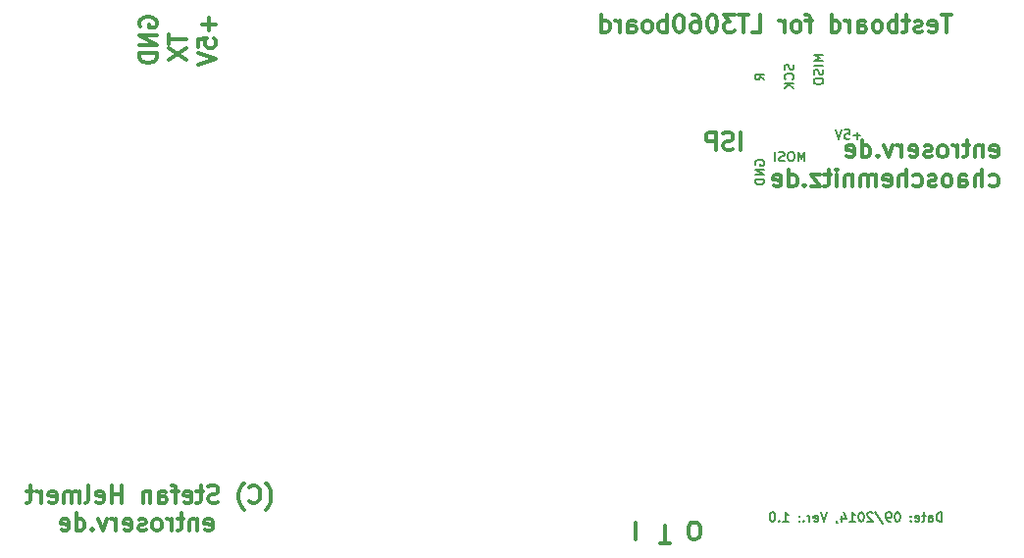
<source format=gbo>
G04 (created by PCBNEW (2013-07-07 BZR 4022)-stable) date 17.09.2014 22:00:27*
%MOIN*%
G04 Gerber Fmt 3.4, Leading zero omitted, Abs format*
%FSLAX34Y34*%
G01*
G70*
G90*
G04 APERTURE LIST*
%ADD10C,0.00590551*%
%ADD11C,0.011811*%
G04 APERTURE END LIST*
G54D10*
G54D11*
X44556Y-37148D02*
X44443Y-37148D01*
X44387Y-37176D01*
X44331Y-37232D01*
X44303Y-37345D01*
X44303Y-37542D01*
X44331Y-37654D01*
X44387Y-37710D01*
X44443Y-37739D01*
X44556Y-37739D01*
X44612Y-37710D01*
X44668Y-37654D01*
X44696Y-37542D01*
X44696Y-37345D01*
X44668Y-37232D01*
X44612Y-37176D01*
X44556Y-37148D01*
X43331Y-37851D02*
X43668Y-37851D01*
X43500Y-37260D02*
X43500Y-37851D01*
X42500Y-37739D02*
X42500Y-37148D01*
G54D10*
X50154Y-24007D02*
X49914Y-24007D01*
X50034Y-24127D02*
X50034Y-23887D01*
X49615Y-23812D02*
X49764Y-23812D01*
X49779Y-23962D01*
X49764Y-23947D01*
X49735Y-23932D01*
X49660Y-23932D01*
X49630Y-23947D01*
X49615Y-23962D01*
X49600Y-23992D01*
X49600Y-24067D01*
X49615Y-24097D01*
X49630Y-24112D01*
X49660Y-24127D01*
X49735Y-24127D01*
X49764Y-24112D01*
X49779Y-24097D01*
X49510Y-23812D02*
X49405Y-24127D01*
X49300Y-23812D01*
X48244Y-24877D02*
X48244Y-24562D01*
X48139Y-24787D01*
X48034Y-24562D01*
X48034Y-24877D01*
X47824Y-24562D02*
X47764Y-24562D01*
X47735Y-24577D01*
X47705Y-24607D01*
X47690Y-24667D01*
X47690Y-24772D01*
X47705Y-24832D01*
X47735Y-24862D01*
X47764Y-24877D01*
X47824Y-24877D01*
X47854Y-24862D01*
X47884Y-24832D01*
X47899Y-24772D01*
X47899Y-24667D01*
X47884Y-24607D01*
X47854Y-24577D01*
X47824Y-24562D01*
X47570Y-24862D02*
X47525Y-24877D01*
X47450Y-24877D01*
X47420Y-24862D01*
X47405Y-24847D01*
X47390Y-24817D01*
X47390Y-24787D01*
X47405Y-24757D01*
X47420Y-24742D01*
X47450Y-24727D01*
X47510Y-24712D01*
X47540Y-24697D01*
X47555Y-24682D01*
X47570Y-24652D01*
X47570Y-24622D01*
X47555Y-24592D01*
X47540Y-24577D01*
X47510Y-24562D01*
X47435Y-24562D01*
X47390Y-24577D01*
X47255Y-24877D02*
X47255Y-24562D01*
X46577Y-25010D02*
X46562Y-24980D01*
X46562Y-24935D01*
X46577Y-24890D01*
X46607Y-24860D01*
X46637Y-24845D01*
X46697Y-24830D01*
X46742Y-24830D01*
X46802Y-24845D01*
X46832Y-24860D01*
X46862Y-24890D01*
X46877Y-24935D01*
X46877Y-24965D01*
X46862Y-25010D01*
X46847Y-25025D01*
X46742Y-25025D01*
X46742Y-24965D01*
X46877Y-25160D02*
X46562Y-25160D01*
X46877Y-25339D01*
X46562Y-25339D01*
X46877Y-25489D02*
X46562Y-25489D01*
X46562Y-25564D01*
X46577Y-25609D01*
X46607Y-25639D01*
X46637Y-25654D01*
X46697Y-25669D01*
X46742Y-25669D01*
X46802Y-25654D01*
X46832Y-25639D01*
X46862Y-25609D01*
X46877Y-25564D01*
X46877Y-25489D01*
G54D11*
X46076Y-24489D02*
X46076Y-23898D01*
X45823Y-24460D02*
X45739Y-24489D01*
X45598Y-24489D01*
X45542Y-24460D01*
X45514Y-24432D01*
X45485Y-24376D01*
X45485Y-24320D01*
X45514Y-24264D01*
X45542Y-24235D01*
X45598Y-24207D01*
X45710Y-24179D01*
X45767Y-24151D01*
X45795Y-24123D01*
X45823Y-24067D01*
X45823Y-24010D01*
X45795Y-23954D01*
X45767Y-23926D01*
X45710Y-23898D01*
X45570Y-23898D01*
X45485Y-23926D01*
X45232Y-24489D02*
X45232Y-23898D01*
X45007Y-23898D01*
X44951Y-23926D01*
X44923Y-23954D01*
X44895Y-24010D01*
X44895Y-24095D01*
X44923Y-24151D01*
X44951Y-24179D01*
X45007Y-24207D01*
X45232Y-24207D01*
G54D10*
X46877Y-22097D02*
X46727Y-21992D01*
X46877Y-21917D02*
X46562Y-21917D01*
X46562Y-22037D01*
X46577Y-22067D01*
X46592Y-22082D01*
X46622Y-22097D01*
X46667Y-22097D01*
X46697Y-22082D01*
X46712Y-22067D01*
X46727Y-22037D01*
X46727Y-21917D01*
X47862Y-21595D02*
X47877Y-21640D01*
X47877Y-21715D01*
X47862Y-21745D01*
X47847Y-21760D01*
X47817Y-21775D01*
X47787Y-21775D01*
X47757Y-21760D01*
X47742Y-21745D01*
X47727Y-21715D01*
X47712Y-21655D01*
X47697Y-21625D01*
X47682Y-21610D01*
X47652Y-21595D01*
X47622Y-21595D01*
X47592Y-21610D01*
X47577Y-21625D01*
X47562Y-21655D01*
X47562Y-21730D01*
X47577Y-21775D01*
X47847Y-22089D02*
X47862Y-22074D01*
X47877Y-22029D01*
X47877Y-22000D01*
X47862Y-21955D01*
X47832Y-21925D01*
X47802Y-21910D01*
X47742Y-21895D01*
X47697Y-21895D01*
X47637Y-21910D01*
X47607Y-21925D01*
X47577Y-21955D01*
X47562Y-22000D01*
X47562Y-22029D01*
X47577Y-22074D01*
X47592Y-22089D01*
X47877Y-22224D02*
X47562Y-22224D01*
X47877Y-22404D02*
X47697Y-22269D01*
X47562Y-22404D02*
X47742Y-22224D01*
X48877Y-21255D02*
X48562Y-21255D01*
X48787Y-21360D01*
X48562Y-21465D01*
X48877Y-21465D01*
X48877Y-21615D02*
X48562Y-21615D01*
X48862Y-21750D02*
X48877Y-21794D01*
X48877Y-21869D01*
X48862Y-21899D01*
X48847Y-21914D01*
X48817Y-21929D01*
X48787Y-21929D01*
X48757Y-21914D01*
X48742Y-21899D01*
X48727Y-21869D01*
X48712Y-21809D01*
X48697Y-21779D01*
X48682Y-21764D01*
X48652Y-21750D01*
X48622Y-21750D01*
X48592Y-21764D01*
X48577Y-21779D01*
X48562Y-21809D01*
X48562Y-21884D01*
X48577Y-21929D01*
X48562Y-22124D02*
X48562Y-22184D01*
X48577Y-22214D01*
X48607Y-22244D01*
X48667Y-22259D01*
X48772Y-22259D01*
X48832Y-22244D01*
X48862Y-22214D01*
X48877Y-22184D01*
X48877Y-22124D01*
X48862Y-22094D01*
X48832Y-22064D01*
X48772Y-22049D01*
X48667Y-22049D01*
X48607Y-22064D01*
X48577Y-22094D01*
X48562Y-22124D01*
G54D11*
X28014Y-19990D02*
X28014Y-20440D01*
X28239Y-20215D02*
X27789Y-20215D01*
X27648Y-21003D02*
X27648Y-20721D01*
X27929Y-20693D01*
X27901Y-20721D01*
X27873Y-20778D01*
X27873Y-20918D01*
X27901Y-20974D01*
X27929Y-21003D01*
X27985Y-21031D01*
X28126Y-21031D01*
X28182Y-21003D01*
X28210Y-20974D01*
X28239Y-20918D01*
X28239Y-20778D01*
X28210Y-20721D01*
X28182Y-20693D01*
X27648Y-21199D02*
X28239Y-21396D01*
X27648Y-21593D01*
X26648Y-20550D02*
X26648Y-20887D01*
X27239Y-20718D02*
X26648Y-20718D01*
X26648Y-21028D02*
X27239Y-21421D01*
X26648Y-21421D02*
X27239Y-21028D01*
X25676Y-20300D02*
X25648Y-20243D01*
X25648Y-20159D01*
X25676Y-20075D01*
X25732Y-20018D01*
X25789Y-19990D01*
X25901Y-19962D01*
X25985Y-19962D01*
X26098Y-19990D01*
X26154Y-20018D01*
X26210Y-20075D01*
X26239Y-20159D01*
X26239Y-20215D01*
X26210Y-20300D01*
X26182Y-20328D01*
X25985Y-20328D01*
X25985Y-20215D01*
X26239Y-20581D02*
X25648Y-20581D01*
X26239Y-20918D01*
X25648Y-20918D01*
X26239Y-21199D02*
X25648Y-21199D01*
X25648Y-21340D01*
X25676Y-21424D01*
X25732Y-21481D01*
X25789Y-21509D01*
X25901Y-21537D01*
X25985Y-21537D01*
X26098Y-21509D01*
X26154Y-21481D01*
X26210Y-21424D01*
X26239Y-21340D01*
X26239Y-21199D01*
G54D10*
X52917Y-37127D02*
X52917Y-36812D01*
X52842Y-36812D01*
X52797Y-36827D01*
X52767Y-36857D01*
X52752Y-36887D01*
X52737Y-36947D01*
X52737Y-36992D01*
X52752Y-37052D01*
X52767Y-37082D01*
X52797Y-37112D01*
X52842Y-37127D01*
X52917Y-37127D01*
X52467Y-37127D02*
X52467Y-36962D01*
X52482Y-36932D01*
X52512Y-36917D01*
X52572Y-36917D01*
X52602Y-36932D01*
X52467Y-37112D02*
X52497Y-37127D01*
X52572Y-37127D01*
X52602Y-37112D01*
X52617Y-37082D01*
X52617Y-37052D01*
X52602Y-37022D01*
X52572Y-37007D01*
X52497Y-37007D01*
X52467Y-36992D01*
X52362Y-36917D02*
X52242Y-36917D01*
X52317Y-36812D02*
X52317Y-37082D01*
X52302Y-37112D01*
X52272Y-37127D01*
X52242Y-37127D01*
X52017Y-37112D02*
X52047Y-37127D01*
X52107Y-37127D01*
X52137Y-37112D01*
X52152Y-37082D01*
X52152Y-36962D01*
X52137Y-36932D01*
X52107Y-36917D01*
X52047Y-36917D01*
X52017Y-36932D01*
X52002Y-36962D01*
X52002Y-36992D01*
X52152Y-37022D01*
X51867Y-37097D02*
X51852Y-37112D01*
X51867Y-37127D01*
X51882Y-37112D01*
X51867Y-37097D01*
X51867Y-37127D01*
X51867Y-36932D02*
X51852Y-36947D01*
X51867Y-36962D01*
X51882Y-36947D01*
X51867Y-36932D01*
X51867Y-36962D01*
X51417Y-36812D02*
X51387Y-36812D01*
X51357Y-36827D01*
X51342Y-36842D01*
X51327Y-36872D01*
X51312Y-36932D01*
X51312Y-37007D01*
X51327Y-37067D01*
X51342Y-37097D01*
X51357Y-37112D01*
X51387Y-37127D01*
X51417Y-37127D01*
X51447Y-37112D01*
X51462Y-37097D01*
X51477Y-37067D01*
X51492Y-37007D01*
X51492Y-36932D01*
X51477Y-36872D01*
X51462Y-36842D01*
X51447Y-36827D01*
X51417Y-36812D01*
X51162Y-37127D02*
X51102Y-37127D01*
X51072Y-37112D01*
X51057Y-37097D01*
X51027Y-37052D01*
X51012Y-36992D01*
X51012Y-36872D01*
X51027Y-36842D01*
X51042Y-36827D01*
X51072Y-36812D01*
X51132Y-36812D01*
X51162Y-36827D01*
X51177Y-36842D01*
X51192Y-36872D01*
X51192Y-36947D01*
X51177Y-36977D01*
X51162Y-36992D01*
X51132Y-37007D01*
X51072Y-37007D01*
X51042Y-36992D01*
X51027Y-36977D01*
X51012Y-36947D01*
X50652Y-36797D02*
X50922Y-37202D01*
X50562Y-36842D02*
X50547Y-36827D01*
X50517Y-36812D01*
X50442Y-36812D01*
X50412Y-36827D01*
X50397Y-36842D01*
X50382Y-36872D01*
X50382Y-36902D01*
X50397Y-36947D01*
X50577Y-37127D01*
X50382Y-37127D01*
X50187Y-36812D02*
X50157Y-36812D01*
X50127Y-36827D01*
X50112Y-36842D01*
X50097Y-36872D01*
X50082Y-36932D01*
X50082Y-37007D01*
X50097Y-37067D01*
X50112Y-37097D01*
X50127Y-37112D01*
X50157Y-37127D01*
X50187Y-37127D01*
X50217Y-37112D01*
X50232Y-37097D01*
X50247Y-37067D01*
X50262Y-37007D01*
X50262Y-36932D01*
X50247Y-36872D01*
X50232Y-36842D01*
X50217Y-36827D01*
X50187Y-36812D01*
X49782Y-37127D02*
X49962Y-37127D01*
X49872Y-37127D02*
X49872Y-36812D01*
X49902Y-36857D01*
X49932Y-36887D01*
X49962Y-36902D01*
X49512Y-36917D02*
X49512Y-37127D01*
X49587Y-36797D02*
X49662Y-37022D01*
X49467Y-37022D01*
X49332Y-37112D02*
X49332Y-37127D01*
X49347Y-37157D01*
X49362Y-37172D01*
X49002Y-36812D02*
X48897Y-37127D01*
X48792Y-36812D01*
X48567Y-37112D02*
X48597Y-37127D01*
X48657Y-37127D01*
X48687Y-37112D01*
X48702Y-37082D01*
X48702Y-36962D01*
X48687Y-36932D01*
X48657Y-36917D01*
X48597Y-36917D01*
X48567Y-36932D01*
X48552Y-36962D01*
X48552Y-36992D01*
X48702Y-37022D01*
X48417Y-37127D02*
X48417Y-36917D01*
X48417Y-36977D02*
X48402Y-36947D01*
X48387Y-36932D01*
X48357Y-36917D01*
X48327Y-36917D01*
X48222Y-37097D02*
X48207Y-37112D01*
X48222Y-37127D01*
X48237Y-37112D01*
X48222Y-37097D01*
X48222Y-37127D01*
X48072Y-37097D02*
X48057Y-37112D01*
X48072Y-37127D01*
X48087Y-37112D01*
X48072Y-37097D01*
X48072Y-37127D01*
X48072Y-36932D02*
X48057Y-36947D01*
X48072Y-36962D01*
X48087Y-36947D01*
X48072Y-36932D01*
X48072Y-36962D01*
X47517Y-37127D02*
X47697Y-37127D01*
X47607Y-37127D02*
X47607Y-36812D01*
X47637Y-36857D01*
X47667Y-36887D01*
X47697Y-36902D01*
X47382Y-37097D02*
X47367Y-37112D01*
X47382Y-37127D01*
X47397Y-37112D01*
X47382Y-37097D01*
X47382Y-37127D01*
X47172Y-36812D02*
X47142Y-36812D01*
X47112Y-36827D01*
X47097Y-36842D01*
X47082Y-36872D01*
X47067Y-36932D01*
X47067Y-37007D01*
X47082Y-37067D01*
X47097Y-37097D01*
X47112Y-37112D01*
X47142Y-37127D01*
X47172Y-37127D01*
X47202Y-37112D01*
X47217Y-37097D01*
X47232Y-37067D01*
X47247Y-37007D01*
X47247Y-36932D01*
X47232Y-36872D01*
X47217Y-36842D01*
X47202Y-36827D01*
X47172Y-36812D01*
G54D11*
X29951Y-36714D02*
X29979Y-36685D01*
X30035Y-36601D01*
X30063Y-36545D01*
X30091Y-36460D01*
X30119Y-36320D01*
X30119Y-36207D01*
X30091Y-36067D01*
X30063Y-35982D01*
X30035Y-35926D01*
X29979Y-35842D01*
X29951Y-35814D01*
X29388Y-36432D02*
X29416Y-36460D01*
X29501Y-36489D01*
X29557Y-36489D01*
X29641Y-36460D01*
X29697Y-36404D01*
X29726Y-36348D01*
X29754Y-36235D01*
X29754Y-36151D01*
X29726Y-36039D01*
X29697Y-35982D01*
X29641Y-35926D01*
X29557Y-35898D01*
X29501Y-35898D01*
X29416Y-35926D01*
X29388Y-35954D01*
X29191Y-36714D02*
X29163Y-36685D01*
X29107Y-36601D01*
X29079Y-36545D01*
X29051Y-36460D01*
X29023Y-36320D01*
X29023Y-36207D01*
X29051Y-36067D01*
X29079Y-35982D01*
X29107Y-35926D01*
X29163Y-35842D01*
X29191Y-35814D01*
X28320Y-36460D02*
X28235Y-36489D01*
X28095Y-36489D01*
X28038Y-36460D01*
X28010Y-36432D01*
X27982Y-36376D01*
X27982Y-36320D01*
X28010Y-36264D01*
X28038Y-36235D01*
X28095Y-36207D01*
X28207Y-36179D01*
X28263Y-36151D01*
X28291Y-36123D01*
X28320Y-36067D01*
X28320Y-36010D01*
X28291Y-35954D01*
X28263Y-35926D01*
X28207Y-35898D01*
X28066Y-35898D01*
X27982Y-35926D01*
X27813Y-36095D02*
X27588Y-36095D01*
X27729Y-35898D02*
X27729Y-36404D01*
X27701Y-36460D01*
X27645Y-36489D01*
X27588Y-36489D01*
X27167Y-36460D02*
X27223Y-36489D01*
X27335Y-36489D01*
X27392Y-36460D01*
X27420Y-36404D01*
X27420Y-36179D01*
X27392Y-36123D01*
X27335Y-36095D01*
X27223Y-36095D01*
X27167Y-36123D01*
X27138Y-36179D01*
X27138Y-36235D01*
X27420Y-36292D01*
X26970Y-36095D02*
X26745Y-36095D01*
X26885Y-36489D02*
X26885Y-35982D01*
X26857Y-35926D01*
X26801Y-35898D01*
X26745Y-35898D01*
X26295Y-36489D02*
X26295Y-36179D01*
X26323Y-36123D01*
X26379Y-36095D01*
X26492Y-36095D01*
X26548Y-36123D01*
X26295Y-36460D02*
X26351Y-36489D01*
X26492Y-36489D01*
X26548Y-36460D01*
X26576Y-36404D01*
X26576Y-36348D01*
X26548Y-36292D01*
X26492Y-36264D01*
X26351Y-36264D01*
X26295Y-36235D01*
X26014Y-36095D02*
X26014Y-36489D01*
X26014Y-36151D02*
X25985Y-36123D01*
X25929Y-36095D01*
X25845Y-36095D01*
X25789Y-36123D01*
X25760Y-36179D01*
X25760Y-36489D01*
X25029Y-36489D02*
X25029Y-35898D01*
X25029Y-36179D02*
X24692Y-36179D01*
X24692Y-36489D02*
X24692Y-35898D01*
X24186Y-36460D02*
X24242Y-36489D01*
X24354Y-36489D01*
X24411Y-36460D01*
X24439Y-36404D01*
X24439Y-36179D01*
X24411Y-36123D01*
X24354Y-36095D01*
X24242Y-36095D01*
X24186Y-36123D01*
X24158Y-36179D01*
X24158Y-36235D01*
X24439Y-36292D01*
X23820Y-36489D02*
X23876Y-36460D01*
X23904Y-36404D01*
X23904Y-35898D01*
X23595Y-36489D02*
X23595Y-36095D01*
X23595Y-36151D02*
X23567Y-36123D01*
X23511Y-36095D01*
X23426Y-36095D01*
X23370Y-36123D01*
X23342Y-36179D01*
X23342Y-36489D01*
X23342Y-36179D02*
X23314Y-36123D01*
X23258Y-36095D01*
X23173Y-36095D01*
X23117Y-36123D01*
X23089Y-36179D01*
X23089Y-36489D01*
X22583Y-36460D02*
X22639Y-36489D01*
X22751Y-36489D01*
X22808Y-36460D01*
X22836Y-36404D01*
X22836Y-36179D01*
X22808Y-36123D01*
X22751Y-36095D01*
X22639Y-36095D01*
X22583Y-36123D01*
X22555Y-36179D01*
X22555Y-36235D01*
X22836Y-36292D01*
X22302Y-36489D02*
X22302Y-36095D01*
X22302Y-36207D02*
X22273Y-36151D01*
X22245Y-36123D01*
X22189Y-36095D01*
X22133Y-36095D01*
X22020Y-36095D02*
X21795Y-36095D01*
X21936Y-35898D02*
X21936Y-36404D01*
X21908Y-36460D01*
X21852Y-36489D01*
X21795Y-36489D01*
X27884Y-37405D02*
X27940Y-37433D01*
X28052Y-37433D01*
X28109Y-37405D01*
X28137Y-37349D01*
X28137Y-37124D01*
X28109Y-37068D01*
X28052Y-37040D01*
X27940Y-37040D01*
X27884Y-37068D01*
X27856Y-37124D01*
X27856Y-37180D01*
X28137Y-37237D01*
X27602Y-37040D02*
X27602Y-37433D01*
X27602Y-37096D02*
X27574Y-37068D01*
X27518Y-37040D01*
X27434Y-37040D01*
X27377Y-37068D01*
X27349Y-37124D01*
X27349Y-37433D01*
X27152Y-37040D02*
X26928Y-37040D01*
X27068Y-36843D02*
X27068Y-37349D01*
X27040Y-37405D01*
X26984Y-37433D01*
X26928Y-37433D01*
X26731Y-37433D02*
X26731Y-37040D01*
X26731Y-37152D02*
X26703Y-37096D01*
X26674Y-37068D01*
X26618Y-37040D01*
X26562Y-37040D01*
X26281Y-37433D02*
X26337Y-37405D01*
X26365Y-37377D01*
X26393Y-37321D01*
X26393Y-37152D01*
X26365Y-37096D01*
X26337Y-37068D01*
X26281Y-37040D01*
X26196Y-37040D01*
X26140Y-37068D01*
X26112Y-37096D01*
X26084Y-37152D01*
X26084Y-37321D01*
X26112Y-37377D01*
X26140Y-37405D01*
X26196Y-37433D01*
X26281Y-37433D01*
X25859Y-37405D02*
X25803Y-37433D01*
X25690Y-37433D01*
X25634Y-37405D01*
X25606Y-37349D01*
X25606Y-37321D01*
X25634Y-37265D01*
X25690Y-37237D01*
X25775Y-37237D01*
X25831Y-37208D01*
X25859Y-37152D01*
X25859Y-37124D01*
X25831Y-37068D01*
X25775Y-37040D01*
X25690Y-37040D01*
X25634Y-37068D01*
X25128Y-37405D02*
X25184Y-37433D01*
X25296Y-37433D01*
X25353Y-37405D01*
X25381Y-37349D01*
X25381Y-37124D01*
X25353Y-37068D01*
X25296Y-37040D01*
X25184Y-37040D01*
X25128Y-37068D01*
X25100Y-37124D01*
X25100Y-37180D01*
X25381Y-37237D01*
X24847Y-37433D02*
X24847Y-37040D01*
X24847Y-37152D02*
X24818Y-37096D01*
X24790Y-37068D01*
X24734Y-37040D01*
X24678Y-37040D01*
X24537Y-37040D02*
X24397Y-37433D01*
X24256Y-37040D01*
X24031Y-37377D02*
X24003Y-37405D01*
X24031Y-37433D01*
X24059Y-37405D01*
X24031Y-37377D01*
X24031Y-37433D01*
X23497Y-37433D02*
X23497Y-36843D01*
X23497Y-37405D02*
X23553Y-37433D01*
X23665Y-37433D01*
X23722Y-37405D01*
X23750Y-37377D01*
X23778Y-37321D01*
X23778Y-37152D01*
X23750Y-37096D01*
X23722Y-37068D01*
X23665Y-37040D01*
X23553Y-37040D01*
X23497Y-37068D01*
X22991Y-37405D02*
X23047Y-37433D01*
X23159Y-37433D01*
X23215Y-37405D01*
X23244Y-37349D01*
X23244Y-37124D01*
X23215Y-37068D01*
X23159Y-37040D01*
X23047Y-37040D01*
X22991Y-37068D01*
X22962Y-37124D01*
X22962Y-37180D01*
X23244Y-37237D01*
X53239Y-19898D02*
X52902Y-19898D01*
X53071Y-20489D02*
X53071Y-19898D01*
X52480Y-20460D02*
X52536Y-20489D01*
X52649Y-20489D01*
X52705Y-20460D01*
X52733Y-20404D01*
X52733Y-20179D01*
X52705Y-20123D01*
X52649Y-20095D01*
X52536Y-20095D01*
X52480Y-20123D01*
X52452Y-20179D01*
X52452Y-20235D01*
X52733Y-20292D01*
X52227Y-20460D02*
X52171Y-20489D01*
X52058Y-20489D01*
X52002Y-20460D01*
X51974Y-20404D01*
X51974Y-20376D01*
X52002Y-20320D01*
X52058Y-20292D01*
X52143Y-20292D01*
X52199Y-20264D01*
X52227Y-20207D01*
X52227Y-20179D01*
X52199Y-20123D01*
X52143Y-20095D01*
X52058Y-20095D01*
X52002Y-20123D01*
X51805Y-20095D02*
X51580Y-20095D01*
X51721Y-19898D02*
X51721Y-20404D01*
X51693Y-20460D01*
X51636Y-20489D01*
X51580Y-20489D01*
X51383Y-20489D02*
X51383Y-19898D01*
X51383Y-20123D02*
X51327Y-20095D01*
X51215Y-20095D01*
X51158Y-20123D01*
X51130Y-20151D01*
X51102Y-20207D01*
X51102Y-20376D01*
X51130Y-20432D01*
X51158Y-20460D01*
X51215Y-20489D01*
X51327Y-20489D01*
X51383Y-20460D01*
X50765Y-20489D02*
X50821Y-20460D01*
X50849Y-20432D01*
X50877Y-20376D01*
X50877Y-20207D01*
X50849Y-20151D01*
X50821Y-20123D01*
X50765Y-20095D01*
X50680Y-20095D01*
X50624Y-20123D01*
X50596Y-20151D01*
X50568Y-20207D01*
X50568Y-20376D01*
X50596Y-20432D01*
X50624Y-20460D01*
X50680Y-20489D01*
X50765Y-20489D01*
X50062Y-20489D02*
X50062Y-20179D01*
X50090Y-20123D01*
X50146Y-20095D01*
X50258Y-20095D01*
X50315Y-20123D01*
X50062Y-20460D02*
X50118Y-20489D01*
X50258Y-20489D01*
X50315Y-20460D01*
X50343Y-20404D01*
X50343Y-20348D01*
X50315Y-20292D01*
X50258Y-20264D01*
X50118Y-20264D01*
X50062Y-20235D01*
X49780Y-20489D02*
X49780Y-20095D01*
X49780Y-20207D02*
X49752Y-20151D01*
X49724Y-20123D01*
X49668Y-20095D01*
X49612Y-20095D01*
X49162Y-20489D02*
X49162Y-19898D01*
X49162Y-20460D02*
X49218Y-20489D01*
X49330Y-20489D01*
X49387Y-20460D01*
X49415Y-20432D01*
X49443Y-20376D01*
X49443Y-20207D01*
X49415Y-20151D01*
X49387Y-20123D01*
X49330Y-20095D01*
X49218Y-20095D01*
X49162Y-20123D01*
X48515Y-20095D02*
X48290Y-20095D01*
X48431Y-20489D02*
X48431Y-19982D01*
X48402Y-19926D01*
X48346Y-19898D01*
X48290Y-19898D01*
X48009Y-20489D02*
X48065Y-20460D01*
X48093Y-20432D01*
X48121Y-20376D01*
X48121Y-20207D01*
X48093Y-20151D01*
X48065Y-20123D01*
X48009Y-20095D01*
X47924Y-20095D01*
X47868Y-20123D01*
X47840Y-20151D01*
X47812Y-20207D01*
X47812Y-20376D01*
X47840Y-20432D01*
X47868Y-20460D01*
X47924Y-20489D01*
X48009Y-20489D01*
X47559Y-20489D02*
X47559Y-20095D01*
X47559Y-20207D02*
X47531Y-20151D01*
X47503Y-20123D01*
X47446Y-20095D01*
X47390Y-20095D01*
X46462Y-20489D02*
X46743Y-20489D01*
X46743Y-19898D01*
X46350Y-19898D02*
X46012Y-19898D01*
X46181Y-20489D02*
X46181Y-19898D01*
X45872Y-19898D02*
X45506Y-19898D01*
X45703Y-20123D01*
X45618Y-20123D01*
X45562Y-20151D01*
X45534Y-20179D01*
X45506Y-20235D01*
X45506Y-20376D01*
X45534Y-20432D01*
X45562Y-20460D01*
X45618Y-20489D01*
X45787Y-20489D01*
X45843Y-20460D01*
X45872Y-20432D01*
X45140Y-19898D02*
X45084Y-19898D01*
X45028Y-19926D01*
X45000Y-19954D01*
X44972Y-20010D01*
X44944Y-20123D01*
X44944Y-20264D01*
X44972Y-20376D01*
X45000Y-20432D01*
X45028Y-20460D01*
X45084Y-20489D01*
X45140Y-20489D01*
X45197Y-20460D01*
X45225Y-20432D01*
X45253Y-20376D01*
X45281Y-20264D01*
X45281Y-20123D01*
X45253Y-20010D01*
X45225Y-19954D01*
X45197Y-19926D01*
X45140Y-19898D01*
X44437Y-19898D02*
X44550Y-19898D01*
X44606Y-19926D01*
X44634Y-19954D01*
X44690Y-20039D01*
X44719Y-20151D01*
X44719Y-20376D01*
X44690Y-20432D01*
X44662Y-20460D01*
X44606Y-20489D01*
X44494Y-20489D01*
X44437Y-20460D01*
X44409Y-20432D01*
X44381Y-20376D01*
X44381Y-20235D01*
X44409Y-20179D01*
X44437Y-20151D01*
X44494Y-20123D01*
X44606Y-20123D01*
X44662Y-20151D01*
X44690Y-20179D01*
X44719Y-20235D01*
X44016Y-19898D02*
X43959Y-19898D01*
X43903Y-19926D01*
X43875Y-19954D01*
X43847Y-20010D01*
X43819Y-20123D01*
X43819Y-20264D01*
X43847Y-20376D01*
X43875Y-20432D01*
X43903Y-20460D01*
X43959Y-20489D01*
X44016Y-20489D01*
X44072Y-20460D01*
X44100Y-20432D01*
X44128Y-20376D01*
X44156Y-20264D01*
X44156Y-20123D01*
X44128Y-20010D01*
X44100Y-19954D01*
X44072Y-19926D01*
X44016Y-19898D01*
X43566Y-20489D02*
X43566Y-19898D01*
X43566Y-20123D02*
X43509Y-20095D01*
X43397Y-20095D01*
X43341Y-20123D01*
X43312Y-20151D01*
X43284Y-20207D01*
X43284Y-20376D01*
X43312Y-20432D01*
X43341Y-20460D01*
X43397Y-20489D01*
X43509Y-20489D01*
X43566Y-20460D01*
X42947Y-20489D02*
X43003Y-20460D01*
X43031Y-20432D01*
X43059Y-20376D01*
X43059Y-20207D01*
X43031Y-20151D01*
X43003Y-20123D01*
X42947Y-20095D01*
X42863Y-20095D01*
X42806Y-20123D01*
X42778Y-20151D01*
X42750Y-20207D01*
X42750Y-20376D01*
X42778Y-20432D01*
X42806Y-20460D01*
X42863Y-20489D01*
X42947Y-20489D01*
X42244Y-20489D02*
X42244Y-20179D01*
X42272Y-20123D01*
X42328Y-20095D01*
X42441Y-20095D01*
X42497Y-20123D01*
X42244Y-20460D02*
X42300Y-20489D01*
X42441Y-20489D01*
X42497Y-20460D01*
X42525Y-20404D01*
X42525Y-20348D01*
X42497Y-20292D01*
X42441Y-20264D01*
X42300Y-20264D01*
X42244Y-20235D01*
X41963Y-20489D02*
X41963Y-20095D01*
X41963Y-20207D02*
X41935Y-20151D01*
X41906Y-20123D01*
X41850Y-20095D01*
X41794Y-20095D01*
X41344Y-20489D02*
X41344Y-19898D01*
X41344Y-20460D02*
X41400Y-20489D01*
X41513Y-20489D01*
X41569Y-20460D01*
X41597Y-20432D01*
X41625Y-20376D01*
X41625Y-20207D01*
X41597Y-20151D01*
X41569Y-20123D01*
X41513Y-20095D01*
X41400Y-20095D01*
X41344Y-20123D01*
X54543Y-25710D02*
X54599Y-25739D01*
X54712Y-25739D01*
X54768Y-25710D01*
X54796Y-25682D01*
X54824Y-25626D01*
X54824Y-25457D01*
X54796Y-25401D01*
X54768Y-25373D01*
X54712Y-25345D01*
X54599Y-25345D01*
X54543Y-25373D01*
X54290Y-25739D02*
X54290Y-25148D01*
X54037Y-25739D02*
X54037Y-25429D01*
X54065Y-25373D01*
X54121Y-25345D01*
X54205Y-25345D01*
X54262Y-25373D01*
X54290Y-25401D01*
X53502Y-25739D02*
X53502Y-25429D01*
X53530Y-25373D01*
X53587Y-25345D01*
X53699Y-25345D01*
X53755Y-25373D01*
X53502Y-25710D02*
X53559Y-25739D01*
X53699Y-25739D01*
X53755Y-25710D01*
X53784Y-25654D01*
X53784Y-25598D01*
X53755Y-25542D01*
X53699Y-25514D01*
X53559Y-25514D01*
X53502Y-25485D01*
X53137Y-25739D02*
X53193Y-25710D01*
X53221Y-25682D01*
X53249Y-25626D01*
X53249Y-25457D01*
X53221Y-25401D01*
X53193Y-25373D01*
X53137Y-25345D01*
X53052Y-25345D01*
X52996Y-25373D01*
X52968Y-25401D01*
X52940Y-25457D01*
X52940Y-25626D01*
X52968Y-25682D01*
X52996Y-25710D01*
X53052Y-25739D01*
X53137Y-25739D01*
X52715Y-25710D02*
X52659Y-25739D01*
X52546Y-25739D01*
X52490Y-25710D01*
X52462Y-25654D01*
X52462Y-25626D01*
X52490Y-25570D01*
X52546Y-25542D01*
X52631Y-25542D01*
X52687Y-25514D01*
X52715Y-25457D01*
X52715Y-25429D01*
X52687Y-25373D01*
X52631Y-25345D01*
X52546Y-25345D01*
X52490Y-25373D01*
X51956Y-25710D02*
X52012Y-25739D01*
X52124Y-25739D01*
X52181Y-25710D01*
X52209Y-25682D01*
X52237Y-25626D01*
X52237Y-25457D01*
X52209Y-25401D01*
X52181Y-25373D01*
X52124Y-25345D01*
X52012Y-25345D01*
X51956Y-25373D01*
X51703Y-25739D02*
X51703Y-25148D01*
X51449Y-25739D02*
X51449Y-25429D01*
X51478Y-25373D01*
X51534Y-25345D01*
X51618Y-25345D01*
X51674Y-25373D01*
X51703Y-25401D01*
X50943Y-25710D02*
X51000Y-25739D01*
X51112Y-25739D01*
X51168Y-25710D01*
X51196Y-25654D01*
X51196Y-25429D01*
X51168Y-25373D01*
X51112Y-25345D01*
X51000Y-25345D01*
X50943Y-25373D01*
X50915Y-25429D01*
X50915Y-25485D01*
X51196Y-25542D01*
X50662Y-25739D02*
X50662Y-25345D01*
X50662Y-25401D02*
X50634Y-25373D01*
X50578Y-25345D01*
X50493Y-25345D01*
X50437Y-25373D01*
X50409Y-25429D01*
X50409Y-25739D01*
X50409Y-25429D02*
X50381Y-25373D01*
X50325Y-25345D01*
X50240Y-25345D01*
X50184Y-25373D01*
X50156Y-25429D01*
X50156Y-25739D01*
X49875Y-25345D02*
X49875Y-25739D01*
X49875Y-25401D02*
X49847Y-25373D01*
X49790Y-25345D01*
X49706Y-25345D01*
X49650Y-25373D01*
X49622Y-25429D01*
X49622Y-25739D01*
X49340Y-25739D02*
X49340Y-25345D01*
X49340Y-25148D02*
X49368Y-25176D01*
X49340Y-25204D01*
X49312Y-25176D01*
X49340Y-25148D01*
X49340Y-25204D01*
X49143Y-25345D02*
X48919Y-25345D01*
X49059Y-25148D02*
X49059Y-25654D01*
X49031Y-25710D01*
X48975Y-25739D01*
X48919Y-25739D01*
X48778Y-25345D02*
X48469Y-25345D01*
X48778Y-25739D01*
X48469Y-25739D01*
X48244Y-25682D02*
X48215Y-25710D01*
X48244Y-25739D01*
X48272Y-25710D01*
X48244Y-25682D01*
X48244Y-25739D01*
X47709Y-25739D02*
X47709Y-25148D01*
X47709Y-25710D02*
X47766Y-25739D01*
X47878Y-25739D01*
X47934Y-25710D01*
X47962Y-25682D01*
X47991Y-25626D01*
X47991Y-25457D01*
X47962Y-25401D01*
X47934Y-25373D01*
X47878Y-25345D01*
X47766Y-25345D01*
X47709Y-25373D01*
X47203Y-25710D02*
X47259Y-25739D01*
X47372Y-25739D01*
X47428Y-25710D01*
X47456Y-25654D01*
X47456Y-25429D01*
X47428Y-25373D01*
X47372Y-25345D01*
X47259Y-25345D01*
X47203Y-25373D01*
X47175Y-25429D01*
X47175Y-25485D01*
X47456Y-25542D01*
X54584Y-24710D02*
X54640Y-24739D01*
X54752Y-24739D01*
X54809Y-24710D01*
X54837Y-24654D01*
X54837Y-24429D01*
X54809Y-24373D01*
X54752Y-24345D01*
X54640Y-24345D01*
X54584Y-24373D01*
X54555Y-24429D01*
X54555Y-24485D01*
X54837Y-24542D01*
X54302Y-24345D02*
X54302Y-24739D01*
X54302Y-24401D02*
X54274Y-24373D01*
X54218Y-24345D01*
X54134Y-24345D01*
X54077Y-24373D01*
X54049Y-24429D01*
X54049Y-24739D01*
X53852Y-24345D02*
X53627Y-24345D01*
X53768Y-24148D02*
X53768Y-24654D01*
X53740Y-24710D01*
X53684Y-24739D01*
X53627Y-24739D01*
X53431Y-24739D02*
X53431Y-24345D01*
X53431Y-24457D02*
X53402Y-24401D01*
X53374Y-24373D01*
X53318Y-24345D01*
X53262Y-24345D01*
X52981Y-24739D02*
X53037Y-24710D01*
X53065Y-24682D01*
X53093Y-24626D01*
X53093Y-24457D01*
X53065Y-24401D01*
X53037Y-24373D01*
X52981Y-24345D01*
X52896Y-24345D01*
X52840Y-24373D01*
X52812Y-24401D01*
X52784Y-24457D01*
X52784Y-24626D01*
X52812Y-24682D01*
X52840Y-24710D01*
X52896Y-24739D01*
X52981Y-24739D01*
X52559Y-24710D02*
X52503Y-24739D01*
X52390Y-24739D01*
X52334Y-24710D01*
X52306Y-24654D01*
X52306Y-24626D01*
X52334Y-24570D01*
X52390Y-24542D01*
X52474Y-24542D01*
X52531Y-24514D01*
X52559Y-24457D01*
X52559Y-24429D01*
X52531Y-24373D01*
X52474Y-24345D01*
X52390Y-24345D01*
X52334Y-24373D01*
X51828Y-24710D02*
X51884Y-24739D01*
X51996Y-24739D01*
X52053Y-24710D01*
X52081Y-24654D01*
X52081Y-24429D01*
X52053Y-24373D01*
X51996Y-24345D01*
X51884Y-24345D01*
X51828Y-24373D01*
X51800Y-24429D01*
X51800Y-24485D01*
X52081Y-24542D01*
X51546Y-24739D02*
X51546Y-24345D01*
X51546Y-24457D02*
X51518Y-24401D01*
X51490Y-24373D01*
X51434Y-24345D01*
X51378Y-24345D01*
X51237Y-24345D02*
X51097Y-24739D01*
X50956Y-24345D01*
X50731Y-24682D02*
X50703Y-24710D01*
X50731Y-24739D01*
X50759Y-24710D01*
X50731Y-24682D01*
X50731Y-24739D01*
X50197Y-24739D02*
X50197Y-24148D01*
X50197Y-24710D02*
X50253Y-24739D01*
X50365Y-24739D01*
X50422Y-24710D01*
X50450Y-24682D01*
X50478Y-24626D01*
X50478Y-24457D01*
X50450Y-24401D01*
X50422Y-24373D01*
X50365Y-24345D01*
X50253Y-24345D01*
X50197Y-24373D01*
X49690Y-24710D02*
X49747Y-24739D01*
X49859Y-24739D01*
X49915Y-24710D01*
X49944Y-24654D01*
X49944Y-24429D01*
X49915Y-24373D01*
X49859Y-24345D01*
X49747Y-24345D01*
X49690Y-24373D01*
X49662Y-24429D01*
X49662Y-24485D01*
X49944Y-24542D01*
M02*

</source>
